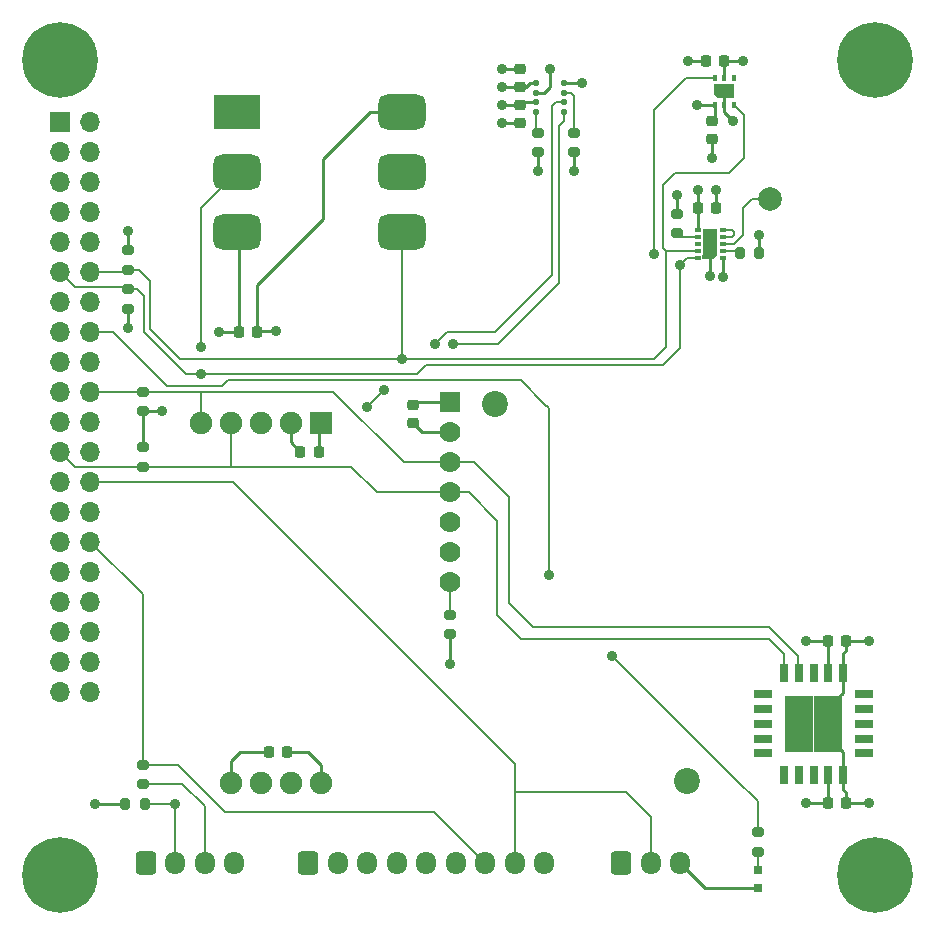
<source format=gbr>
%TF.GenerationSoftware,KiCad,Pcbnew,(6.0.1)*%
%TF.CreationDate,2023-01-07T23:02:53-08:00*%
%TF.ProjectId,Air Quality Sensor - R1,41697220-5175-4616-9c69-74792053656e,rev?*%
%TF.SameCoordinates,Original*%
%TF.FileFunction,Copper,L1,Top*%
%TF.FilePolarity,Positive*%
%FSLAX46Y46*%
G04 Gerber Fmt 4.6, Leading zero omitted, Abs format (unit mm)*
G04 Created by KiCad (PCBNEW (6.0.1)) date 2023-01-07 23:02:53*
%MOMM*%
%LPD*%
G01*
G04 APERTURE LIST*
G04 Aperture macros list*
%AMRoundRect*
0 Rectangle with rounded corners*
0 $1 Rounding radius*
0 $2 $3 $4 $5 $6 $7 $8 $9 X,Y pos of 4 corners*
0 Add a 4 corners polygon primitive as box body*
4,1,4,$2,$3,$4,$5,$6,$7,$8,$9,$2,$3,0*
0 Add four circle primitives for the rounded corners*
1,1,$1+$1,$2,$3*
1,1,$1+$1,$4,$5*
1,1,$1+$1,$6,$7*
1,1,$1+$1,$8,$9*
0 Add four rect primitives between the rounded corners*
20,1,$1+$1,$2,$3,$4,$5,0*
20,1,$1+$1,$4,$5,$6,$7,0*
20,1,$1+$1,$6,$7,$8,$9,0*
20,1,$1+$1,$8,$9,$2,$3,0*%
%AMOutline4P*
0 Free polygon, 4 corners , with rotation*
0 The origin of the aperture is its center*
0 number of corners: always 4*
0 $1 to $8 corner X, Y*
0 $9 Rotation angle, in degrees counterclockwise*
0 create outline with 4 corners*
4,1,4,$1,$2,$3,$4,$5,$6,$7,$8,$1,$2,$9*%
%AMFreePoly0*
4,1,18,-0.324998,0.855000,0.625000,0.855000,0.628536,0.853536,0.630000,0.850000,0.630000,-0.850000,0.628536,-0.853536,0.625000,-0.855000,-0.625000,-0.855000,-0.628536,-0.853536,-0.630000,-0.850000,-0.630000,0.549998,-0.630001,0.550000,-0.628536,0.553536,-0.328536,0.853535,-0.328536,0.853536,-0.326768,0.854268,-0.325000,0.855001,-0.324998,0.855000,-0.324998,0.855000,$1*%
G04 Aperture macros list end*
%TA.AperFunction,SMDPad,CuDef*%
%ADD10RoundRect,0.200000X0.275000X-0.200000X0.275000X0.200000X-0.275000X0.200000X-0.275000X-0.200000X0*%
%TD*%
%TA.AperFunction,SMDPad,CuDef*%
%ADD11RoundRect,0.200000X0.200000X0.275000X-0.200000X0.275000X-0.200000X-0.275000X0.200000X-0.275000X0*%
%TD*%
%TA.AperFunction,SMDPad,CuDef*%
%ADD12RoundRect,0.200000X-0.275000X0.200000X-0.275000X-0.200000X0.275000X-0.200000X0.275000X0.200000X0*%
%TD*%
%TA.AperFunction,SMDPad,CuDef*%
%ADD13RoundRect,0.225000X-0.225000X-0.250000X0.225000X-0.250000X0.225000X0.250000X-0.225000X0.250000X0*%
%TD*%
%TA.AperFunction,SMDPad,CuDef*%
%ADD14RoundRect,0.225000X0.225000X0.250000X-0.225000X0.250000X-0.225000X-0.250000X0.225000X-0.250000X0*%
%TD*%
%TA.AperFunction,SMDPad,CuDef*%
%ADD15RoundRect,0.225000X-0.250000X0.225000X-0.250000X-0.225000X0.250000X-0.225000X0.250000X0.225000X0*%
%TD*%
%TA.AperFunction,ComponentPad*%
%ADD16C,0.800000*%
%TD*%
%TA.AperFunction,ComponentPad*%
%ADD17C,6.400000*%
%TD*%
%TA.AperFunction,ComponentPad*%
%ADD18C,5.000000*%
%TD*%
%TA.AperFunction,ComponentPad*%
%ADD19R,1.700000X1.700000*%
%TD*%
%TA.AperFunction,ComponentPad*%
%ADD20O,1.700000X1.700000*%
%TD*%
%TA.AperFunction,ComponentPad*%
%ADD21O,1.700000X1.950000*%
%TD*%
%TA.AperFunction,ComponentPad*%
%ADD22RoundRect,0.250000X-0.600000X-0.725000X0.600000X-0.725000X0.600000X0.725000X-0.600000X0.725000X0*%
%TD*%
%TA.AperFunction,SMDPad,CuDef*%
%ADD23FreePoly0,90.000000*%
%TD*%
%TA.AperFunction,SMDPad,CuDef*%
%ADD24R,0.400000X0.550000*%
%TD*%
%TA.AperFunction,SMDPad,CuDef*%
%ADD25RoundRect,0.125000X-0.137500X0.125000X-0.137500X-0.125000X0.137500X-0.125000X0.137500X0.125000X0*%
%TD*%
%TA.AperFunction,ComponentPad*%
%ADD26C,2.200000*%
%TD*%
%TA.AperFunction,ComponentPad*%
%ADD27R,1.778000X1.778000*%
%TD*%
%TA.AperFunction,ComponentPad*%
%ADD28C,1.778000*%
%TD*%
%TA.AperFunction,SMDPad,CuDef*%
%ADD29R,4.000000X3.000000*%
%TD*%
%TA.AperFunction,SMDPad,CuDef*%
%ADD30RoundRect,0.750000X-1.250000X-0.750000X1.250000X-0.750000X1.250000X0.750000X-1.250000X0.750000X0*%
%TD*%
%TA.AperFunction,SMDPad,CuDef*%
%ADD31R,1.000000X0.300000*%
%TD*%
%TA.AperFunction,SMDPad,CuDef*%
%ADD32Outline4P,-0.650000X-0.150000X0.650000X-0.150000X0.350000X0.150000X-0.350000X0.150000X180.000000*%
%TD*%
%TA.AperFunction,SMDPad,CuDef*%
%ADD33R,1.300000X2.200000*%
%TD*%
%TA.AperFunction,SMDPad,CuDef*%
%ADD34R,0.600000X0.400000*%
%TD*%
%TA.AperFunction,SMDPad,CuDef*%
%ADD35R,1.500000X0.800000*%
%TD*%
%TA.AperFunction,SMDPad,CuDef*%
%ADD36R,0.800000X1.500000*%
%TD*%
%TA.AperFunction,SMDPad,CuDef*%
%ADD37R,2.400000X2.400000*%
%TD*%
%TA.AperFunction,ComponentPad*%
%ADD38C,1.905000*%
%TD*%
%TA.AperFunction,ComponentPad*%
%ADD39R,1.905000X1.905000*%
%TD*%
%TA.AperFunction,SMDPad,CuDef*%
%ADD40RoundRect,0.225000X0.250000X-0.225000X0.250000X0.225000X-0.250000X0.225000X-0.250000X-0.225000X0*%
%TD*%
%TA.AperFunction,ComponentPad*%
%ADD41C,2.000000*%
%TD*%
%TA.AperFunction,SMDPad,CuDef*%
%ADD42R,0.800000X0.800000*%
%TD*%
%TA.AperFunction,ViaPad*%
%ADD43C,0.889000*%
%TD*%
%TA.AperFunction,Conductor*%
%ADD44C,0.152400*%
%TD*%
%TA.AperFunction,Conductor*%
%ADD45C,0.254000*%
%TD*%
G04 APERTURE END LIST*
D10*
%TO.P,R14,1*%
%TO.N,Net-(J4-Pad3)*%
X9999988Y10696900D03*
%TO.P,R14,2*%
%TO.N,Net-(J2-Pad7)*%
X9999988Y12346900D03*
%TD*%
D11*
%TO.P,R13,2*%
%TO.N,+3V3*%
X8539988Y8981900D03*
%TO.P,R13,1*%
%TO.N,Net-(R13-Pad1)*%
X10189988Y8981900D03*
%TD*%
D10*
%TO.P,R12,1*%
%TO.N,Net-(D1-Pad2)*%
X62069988Y4981900D03*
%TO.P,R12,2*%
%TO.N,Net-(R12-Pad2)*%
X62069988Y6631900D03*
%TD*%
%TO.P,R9,1*%
%TO.N,/SENS/SDA_1*%
X9999988Y37556900D03*
%TO.P,R9,2*%
%TO.N,+3V3*%
X9999988Y39206900D03*
%TD*%
D12*
%TO.P,R8,1*%
%TO.N,/SENS/SCL_1*%
X9999988Y43906900D03*
%TO.P,R8,2*%
%TO.N,+3V3*%
X9999988Y42256900D03*
%TD*%
%TO.P,R7,1*%
%TO.N,/SENS/SCL_2*%
X8729988Y52605900D03*
%TO.P,R7,2*%
%TO.N,+3V3*%
X8729988Y50955900D03*
%TD*%
D10*
%TO.P,R6,1*%
%TO.N,/SENS/SDA_2*%
X8729988Y54257900D03*
%TO.P,R6,2*%
%TO.N,+3V3*%
X8729988Y55907900D03*
%TD*%
D12*
%TO.P,R5,1*%
%TO.N,Net-(R5-Pad1)*%
X36034988Y25046900D03*
%TO.P,R5,2*%
%TO.N,GND*%
X36034988Y23396900D03*
%TD*%
D13*
%TO.P,C10,1*%
%TO.N,+3V3*%
X23352500Y38826900D03*
%TO.P,C10,2*%
%TO.N,GND*%
X24902500Y38826900D03*
%TD*%
D14*
%TO.P,C9,1*%
%TO.N,+3V3*%
X22204988Y13426900D03*
%TO.P,C9,2*%
%TO.N,GND*%
X20654988Y13426900D03*
%TD*%
%TO.P,C8,1*%
%TO.N,+3V3*%
X19664988Y48986900D03*
%TO.P,C8,2*%
%TO.N,GND*%
X18114988Y48986900D03*
%TD*%
D15*
%TO.P,C7,1*%
%TO.N,+3V3*%
X32859988Y42776900D03*
%TO.P,C7,2*%
%TO.N,GND*%
X32859988Y41226900D03*
%TD*%
D16*
%TO.P,H4,1*%
%TO.N,N/C*%
X72000000Y5400000D03*
X73697056Y1302944D03*
X73697056Y4697056D03*
X74400000Y3000000D03*
D17*
X72000000Y3000000D03*
D16*
X72000000Y600000D03*
X70302944Y4697056D03*
X70302944Y1302944D03*
X69600000Y3000000D03*
%TD*%
%TO.P,H3,1*%
%TO.N,N/C*%
X72000000Y74400000D03*
X73697056Y70302944D03*
X73697056Y73697056D03*
X74400000Y72000000D03*
D17*
X72000000Y72000000D03*
D16*
X72000000Y69600000D03*
X70302944Y73697056D03*
X70302944Y70302944D03*
X69600000Y72000000D03*
%TD*%
%TO.P,H2,1*%
%TO.N,N/C*%
X3000000Y5400000D03*
X4697056Y1302944D03*
X4697056Y4697056D03*
X5400000Y3000000D03*
D17*
X3000000Y3000000D03*
D16*
X3000000Y600000D03*
X1302944Y4697056D03*
X1302944Y1302944D03*
X600000Y3000000D03*
%TD*%
%TO.P,H1,1*%
%TO.N,N/C*%
X3000000Y74400000D03*
X4697056Y70302944D03*
X4697056Y73697056D03*
X5400000Y72000000D03*
D17*
X3000000Y72000000D03*
D16*
X3000000Y69600000D03*
X1302944Y73697056D03*
X1302944Y70302944D03*
X600000Y72000000D03*
%TD*%
D18*
%TO.P,,1*%
%TO.N,N/C*%
X72000000Y72000000D03*
%TD*%
D19*
%TO.P,J3,1,GND*%
%TO.N,GND*%
X3014988Y66766900D03*
D20*
%TO.P,J3,2,GND*%
X5554988Y66766900D03*
%TO.P,J3,3,3V3*%
%TO.N,+3V3*%
X3014988Y64226900D03*
%TO.P,J3,4,3V3*%
X5554988Y64226900D03*
%TO.P,J3,5,GND*%
%TO.N,GND*%
X3014988Y61686900D03*
%TO.P,J3,6,GND*%
X5554988Y61686900D03*
%TO.P,J3,7,IO36*%
%TO.N,unconnected-(J3-Pad7)*%
X3014988Y59146900D03*
%TO.P,J3,8,IO39*%
%TO.N,unconnected-(J3-Pad8)*%
X5554988Y59146900D03*
%TO.P,J3,9,IO34*%
%TO.N,unconnected-(J3-Pad9)*%
X3014988Y56606900D03*
%TO.P,J3,10,IO35*%
%TO.N,unconnected-(J3-Pad10)*%
X5554988Y56606900D03*
%TO.P,J3,11,IO32*%
%TO.N,/SENS/SCL_2*%
X3014988Y54066900D03*
%TO.P,J3,12,IO33*%
%TO.N,/SENS/SDA_2*%
X5554988Y54066900D03*
%TO.P,J3,13,IO25*%
%TO.N,unconnected-(J3-Pad13)*%
X3014988Y51526900D03*
%TO.P,J3,14,IO26*%
%TO.N,unconnected-(J3-Pad14)*%
X5554988Y51526900D03*
%TO.P,J3,15,IO27*%
%TO.N,unconnected-(J3-Pad15)*%
X3014988Y48986900D03*
%TO.P,J3,16,IO14*%
%TO.N,Net-(R12-Pad2)*%
X5554988Y48986900D03*
%TO.P,J3,17,IO12*%
%TO.N,unconnected-(J3-Pad17)*%
X3014988Y46446900D03*
%TO.P,J3,18,IO13*%
%TO.N,Net-(R13-Pad1)*%
X5554988Y46446900D03*
%TO.P,J3,19,IO23*%
%TO.N,unconnected-(J3-Pad19)*%
X3014988Y43906900D03*
%TO.P,J3,20,IO22*%
%TO.N,/SENS/SCL_1*%
X5554988Y43906900D03*
%TO.P,J3,21,MISO*%
%TO.N,unconnected-(J3-Pad21)*%
X3014988Y41366900D03*
%TO.P,J3,22,MOSI*%
%TO.N,unconnected-(J3-Pad22)*%
X5554988Y41366900D03*
%TO.P,J3,23,IO21*%
%TO.N,/SENS/SDA_1*%
X3014988Y38826900D03*
%TO.P,J3,24,IO19*%
%TO.N,unconnected-(J3-Pad24)*%
X5554988Y38826900D03*
%TO.P,J3,25,IO18*%
%TO.N,unconnected-(J3-Pad25)*%
X3014988Y36286900D03*
%TO.P,J3,26,IO5*%
%TO.N,Net-(J2-Pad8)*%
X5554988Y36286900D03*
%TO.P,J3,27,IO4*%
%TO.N,unconnected-(J3-Pad27)*%
X3014988Y33746900D03*
%TO.P,J3,28,PROG*%
%TO.N,unconnected-(J3-Pad28)*%
X5554988Y33746900D03*
%TO.P,J3,29,IO2*%
%TO.N,unconnected-(J3-Pad29)*%
X3014988Y31206900D03*
%TO.P,J3,30,IO15*%
%TO.N,Net-(J2-Pad7)*%
X5554988Y31206900D03*
%TO.P,J3,31,GND*%
%TO.N,GND*%
X3014988Y28666900D03*
%TO.P,J3,32,GND*%
X5554988Y28666900D03*
%TO.P,J3,33,3V3*%
%TO.N,+3V3*%
X3014988Y26126900D03*
%TO.P,J3,34,3V3*%
X5554988Y26126900D03*
%TO.P,J3,35,5V0*%
%TO.N,+5V*%
X3014988Y23586900D03*
%TO.P,J3,36,5V0*%
X5554988Y23586900D03*
%TO.P,J3,37,VIN*%
%TO.N,unconnected-(J3-Pad37)*%
X3014988Y21046900D03*
%TO.P,J3,38,VIN*%
%TO.N,unconnected-(J3-Pad38)*%
X5554988Y21046900D03*
%TO.P,J3,39,GND*%
%TO.N,GND*%
X3014988Y18506900D03*
%TO.P,J3,40,GND*%
X5554988Y18506900D03*
%TD*%
D18*
%TO.P,,1*%
%TO.N,N/C*%
X72000000Y72000000D03*
%TD*%
%TO.P,,1*%
%TO.N,N/C*%
X3000000Y72000000D03*
%TD*%
D13*
%TO.P,C3,2*%
%TO.N,GND*%
X69575000Y22800000D03*
%TO.P,C3,1*%
%TO.N,+3V3*%
X68025000Y22800000D03*
%TD*%
D21*
%TO.P,J4,4,Pin_4*%
%TO.N,GND*%
X17750000Y4025000D03*
%TO.P,J4,3,Pin_3*%
%TO.N,Net-(J4-Pad3)*%
X15250000Y4025000D03*
%TO.P,J4,2,Pin_2*%
%TO.N,Net-(R13-Pad1)*%
X12750000Y4025000D03*
D22*
%TO.P,J4,1,Pin_1*%
%TO.N,+5V*%
X10250000Y4025000D03*
%TD*%
D15*
%TO.P,C2,2*%
%TO.N,GND*%
X58224500Y65273000D03*
%TO.P,C2,1*%
%TO.N,+3V3*%
X58224500Y66823000D03*
%TD*%
D14*
%TO.P,C11,2*%
%TO.N,GND*%
X57703500Y71890000D03*
%TO.P,C11,1*%
%TO.N,+3V3*%
X59253500Y71890000D03*
%TD*%
D13*
%TO.P,C1,2*%
%TO.N,GND*%
X58571000Y59448000D03*
%TO.P,C1,1*%
%TO.N,+3V3*%
X57021000Y59448000D03*
%TD*%
D23*
%TO.P,U2,7,EP1*%
%TO.N,GND*%
X59240500Y69350000D03*
D24*
%TO.P,U2,6,SCL*%
%TO.N,/SENS/SCL_2*%
X58440500Y70500000D03*
%TO.P,U2,5,VDDH*%
%TO.N,+3V3*%
X59240500Y70500000D03*
%TO.P,U2,4,N/A*%
%TO.N,unconnected-(U2-Pad4)*%
X60040500Y70500000D03*
%TO.P,U2,3,SDA*%
%TO.N,/SENS/SDA_2*%
X60040500Y68200000D03*
%TO.P,U2,2,VSS*%
%TO.N,GND*%
X59240500Y68200000D03*
%TO.P,U2,1,VDD*%
%TO.N,+3V3*%
X58440500Y68200000D03*
%TD*%
D21*
%TO.P,J2,9,Pin_9*%
%TO.N,GND*%
X44000000Y4025000D03*
%TO.P,J2,8,Pin_8*%
%TO.N,Net-(J2-Pad8)*%
X41500000Y4025000D03*
%TO.P,J2,7,Pin_7*%
%TO.N,Net-(J2-Pad7)*%
X39000000Y4025000D03*
%TO.P,J2,6,Pin_6*%
%TO.N,/SENS/SCL_1*%
X36500000Y4025000D03*
%TO.P,J2,5,Pin_5*%
%TO.N,/SENS/SDA_1*%
X34000000Y4025000D03*
%TO.P,J2,4,Pin_4*%
%TO.N,/SENS/SCL_2*%
X31500000Y4025000D03*
%TO.P,J2,3,Pin_3*%
%TO.N,/SENS/SDA_2*%
X29000000Y4025000D03*
%TO.P,J2,2,Pin_2*%
%TO.N,+3V3*%
X26500000Y4025000D03*
D22*
%TO.P,J2,1,Pin_1*%
%TO.N,+5V*%
X24000000Y4025000D03*
%TD*%
D25*
%TO.P,U5,8,VDD*%
%TO.N,+3V3*%
X43280500Y70010000D03*
%TO.P,U5,7,GND*%
%TO.N,GND*%
X43280500Y69210000D03*
%TO.P,U5,6,VDDIO*%
%TO.N,+3V3*%
X43280500Y68410000D03*
%TO.P,U5,5,SDO*%
%TO.N,Net-(R3-Pad2)*%
X43280500Y67610000D03*
%TO.P,U5,4,SCK*%
%TO.N,/SENS/SCL_1*%
X45655500Y67610000D03*
%TO.P,U5,3,SDI*%
%TO.N,/SENS/SDA_1*%
X45655500Y68410000D03*
%TO.P,U5,2,CSB*%
%TO.N,Net-(R4-Pad2)*%
X45655500Y69210000D03*
%TO.P,U5,1,GND*%
%TO.N,GND*%
X45655500Y70010000D03*
%TD*%
D26*
%TO.P,U7,0*%
%TO.N,N/C*%
X39862500Y42912500D03*
X56087500Y10912500D03*
D27*
%TO.P,U7,1,VDD*%
%TO.N,+3V3*%
X35987500Y43012500D03*
D28*
%TO.P,U7,2,GND*%
%TO.N,GND*%
X35987500Y40472500D03*
%TO.P,U7,3,TX/SCL*%
%TO.N,/SENS/SCL_1*%
X35987500Y37932500D03*
%TO.P,U7,4,RX/SDA*%
%TO.N,/SENS/SDA_1*%
X35987500Y35392500D03*
%TO.P,U7,5,RDY*%
%TO.N,Net-(TP3-Pad1)*%
X35987500Y32852500D03*
%TO.P,U7,6,PWM*%
%TO.N,Net-(TP4-Pad1)*%
X35987500Y30312500D03*
%TO.P,U7,7,SEL*%
%TO.N,Net-(R5-Pad1)*%
X35987500Y27772500D03*
%TD*%
D29*
%TO.P,U6,1,PWM*%
%TO.N,Net-(TP2-Pad1)*%
X18015000Y67580000D03*
D30*
%TO.P,U6,2,SCL*%
%TO.N,/SENS/SCL_2*%
X18015000Y62500000D03*
%TO.P,U6,3,GND*%
%TO.N,GND*%
X18015000Y57420000D03*
%TO.P,U6,4,SDA*%
%TO.N,/SENS/SDA_2*%
X31985000Y57420000D03*
%TO.P,U6,5,N/C*%
%TO.N,unconnected-(U6-Pad5)*%
X31985000Y62500000D03*
%TO.P,U6,6,3.3V*%
%TO.N,+3V3*%
X31985000Y67580000D03*
%TD*%
D10*
%TO.P,R4,2*%
%TO.N,Net-(R4-Pad2)*%
X46500000Y65825000D03*
%TO.P,R4,1*%
%TO.N,+3V3*%
X46500000Y64175000D03*
%TD*%
%TO.P,R3,2*%
%TO.N,Net-(R3-Pad2)*%
X43452000Y65825000D03*
%TO.P,R3,1*%
%TO.N,+3V3*%
X43452000Y64175000D03*
%TD*%
D31*
%TO.P,U1,11,GND*%
%TO.N,GND*%
X57900000Y55300000D03*
D32*
X58050000Y55300000D03*
D33*
X58050000Y56550000D03*
D34*
%TO.P,U1,10,SCL*%
%TO.N,/SENS/SCL_2*%
X57000000Y55200000D03*
%TO.P,U1,9,SDA*%
%TO.N,/SENS/SDA_2*%
X57000000Y55800000D03*
%TO.P,U1,8,AUX*%
%TO.N,unconnected-(U1-Pad8)*%
X57000000Y56400000D03*
%TO.P,U1,7,~{WAKE}*%
%TO.N,Net-(R2-Pad1)*%
X57000000Y57000000D03*
%TO.P,U1,6,VDD*%
%TO.N,+3V3*%
X57000000Y57600000D03*
%TO.P,U1,5,Sense*%
%TO.N,Net-(U1-Pad4)*%
X59100000Y57600000D03*
%TO.P,U1,4,PWM*%
X59100000Y57000000D03*
%TO.P,U1,3,~{INT}*%
%TO.N,Net-(TP1-Pad1)*%
X59100000Y56400000D03*
%TO.P,U1,2,~{RESET}*%
%TO.N,Net-(R1-Pad2)*%
X59100000Y55800000D03*
%TO.P,U1,1,ADDR*%
%TO.N,GND*%
X59100000Y55200000D03*
%TD*%
D11*
%TO.P,R1,2*%
%TO.N,Net-(R1-Pad2)*%
X60527000Y55638000D03*
%TO.P,R1,1*%
%TO.N,+3V3*%
X62177000Y55638000D03*
%TD*%
D35*
%TO.P,U3,1*%
%TO.N,N/C*%
X71100000Y13300000D03*
%TO.P,U3,2*%
X71100000Y14550000D03*
%TO.P,U3,3*%
X71100000Y15800000D03*
%TO.P,U3,4*%
X71100000Y17050000D03*
%TO.P,U3,5*%
X71100000Y18300000D03*
D36*
%TO.P,U3,6,GND*%
%TO.N,GND*%
X69300000Y20100000D03*
%TO.P,U3,7,VDD*%
%TO.N,+3V3*%
X68050000Y20100000D03*
%TO.P,U3,8*%
%TO.N,N/C*%
X66800000Y20100000D03*
%TO.P,U3,9,SCL*%
%TO.N,/SENS/SCL_1*%
X65550000Y20100000D03*
%TO.P,U3,10,SDA*%
%TO.N,/SENS/SDA_1*%
X64300000Y20100000D03*
D35*
%TO.P,U3,11*%
%TO.N,N/C*%
X62500000Y18300000D03*
%TO.P,U3,12*%
X62500000Y17050000D03*
%TO.P,U3,13*%
X62500000Y15800000D03*
%TO.P,U3,14*%
X62500000Y14550000D03*
%TO.P,U3,15*%
X62500000Y13300000D03*
D36*
%TO.P,U3,16*%
X64300000Y11500000D03*
%TO.P,U3,17*%
X65550000Y11500000D03*
%TO.P,U3,18*%
X66800000Y11500000D03*
%TO.P,U3,19,VDDH*%
%TO.N,+3V3*%
X68050000Y11500000D03*
%TO.P,U3,20,GND*%
%TO.N,GND*%
X69300000Y11500000D03*
D37*
%TO.P,U3,21,EP*%
X68000000Y17000000D03*
X65600000Y14600000D03*
X68000000Y14600000D03*
X65600000Y17000000D03*
%TD*%
D21*
%TO.P,J1,3,Pin_3*%
%TO.N,GND*%
X55500000Y4025000D03*
%TO.P,J1,2,Pin_2*%
%TO.N,Net-(J2-Pad8)*%
X53000000Y4025000D03*
D22*
%TO.P,J1,1,Pin_1*%
%TO.N,+3V3*%
X50500000Y4025000D03*
%TD*%
D38*
%TO.P,U4,9,EN*%
%TO.N,+3V3*%
X25080000Y10760000D03*
%TO.P,U4,8,DVCC*%
%TO.N,unconnected-(U4-Pad8)*%
X22540000Y10760000D03*
%TO.P,U4,7,nRDY*%
%TO.N,Net-(TP5-Pad1)*%
X20000000Y10760000D03*
%TO.P,U4,6,COMSEL*%
%TO.N,GND*%
X17460000Y10760000D03*
%TO.P,U4,5,TxD/SCL*%
%TO.N,/SENS/SCL_1*%
X14920000Y41240000D03*
%TO.P,U4,4,RxD/SDA*%
%TO.N,/SENS/SDA_1*%
X17460000Y41240000D03*
%TO.P,U4,3,VDDIO*%
%TO.N,+3V3*%
X20000000Y41240000D03*
%TO.P,U4,2,VBB*%
X22540000Y41240000D03*
D39*
%TO.P,U4,1,GND*%
%TO.N,GND*%
X25080000Y41240000D03*
%TD*%
D15*
%TO.P,C5,2*%
%TO.N,GND*%
X41928000Y66651000D03*
%TO.P,C5,1*%
%TO.N,+3V3*%
X41928000Y68201000D03*
%TD*%
D40*
%TO.P,C6,2*%
%TO.N,GND*%
X41928000Y71236000D03*
%TO.P,C6,1*%
%TO.N,+3V3*%
X41928000Y69686000D03*
%TD*%
D41*
%TO.P,TP1,1,1*%
%TO.N,Net-(TP1-Pad1)*%
X63130000Y60210000D03*
%TD*%
D42*
%TO.P,D1,2,A*%
%TO.N,Net-(D1-Pad2)*%
X62069988Y3381900D03*
%TO.P,D1,1,K*%
%TO.N,GND*%
X62069988Y1881900D03*
%TD*%
D10*
%TO.P,R2,2*%
%TO.N,GND*%
X55240500Y59000000D03*
%TO.P,R2,1*%
%TO.N,Net-(R2-Pad1)*%
X55240500Y57350000D03*
%TD*%
D13*
%TO.P,C4,2*%
%TO.N,GND*%
X69575000Y9084000D03*
%TO.P,C4,1*%
%TO.N,+3V3*%
X68025000Y9084000D03*
%TD*%
D43*
%TO.N,Net-(R12-Pad2)*%
X44416988Y28412900D03*
X49750988Y21554900D03*
%TO.N,GND*%
X56154500Y71915000D03*
%TO.N,/SENS/SDA_2*%
X30446988Y44083888D03*
X31985000Y46714912D03*
X29000000Y42636900D03*
%TO.N,/SENS/SCL_2*%
X53306988Y55590900D03*
X55510000Y54622000D03*
%TO.N,/SENS/SCL_1*%
X36288988Y47970900D03*
%TO.N,/SENS/SDA_1*%
X34764988Y47970900D03*
%TO.N,/SENS/SCL_2*%
X14952988Y45430900D03*
X14952988Y47716900D03*
%TO.N,GND*%
X16464988Y48986900D03*
%TO.N,+3V3*%
X21314988Y49011900D03*
X8729988Y57557900D03*
X8729988Y49305900D03*
%TO.N,Net-(R13-Pad1)*%
X12750000Y8981900D03*
%TO.N,GND*%
X36034988Y20831900D03*
%TO.N,+3V3*%
X5974988Y8981900D03*
X11649988Y42256900D03*
X46500000Y62626000D03*
X40379000Y69686000D03*
X57021000Y60997000D03*
X43452000Y62626000D03*
X62177000Y57187000D03*
X40379000Y68201000D03*
X60802500Y71890000D03*
X66120000Y22775000D03*
X56891500Y68200000D03*
X66120000Y9084000D03*
%TO.N,GND*%
X59100000Y53651000D03*
X60002500Y66810000D03*
X55240500Y60549000D03*
X58050000Y53751000D03*
X58224500Y63724000D03*
X40379000Y66651000D03*
X44468000Y71248000D03*
X40379000Y71236000D03*
X71480000Y22775000D03*
X58571000Y60972000D03*
X71480000Y9059000D03*
X47217000Y70010000D03*
%TD*%
D44*
%TO.N,Net-(R12-Pad2)*%
X44416988Y42509900D02*
X44099488Y42827400D01*
X44416988Y28412900D02*
X44416988Y42509900D01*
X42003988Y44922900D02*
X44099488Y42827400D01*
X44099488Y42827400D02*
X44289988Y42636900D01*
X62069988Y9235900D02*
X60164988Y11140900D01*
X60164988Y11140900D02*
X49750988Y21554900D01*
X62069988Y6631900D02*
X62069988Y9235900D01*
%TO.N,/SENS/SDA_1*%
X27652988Y37556900D02*
X29817388Y35392500D01*
X29817388Y35392500D02*
X35987500Y35392500D01*
X4284988Y37556900D02*
X27652988Y37556900D01*
X3014988Y38826900D02*
X4284988Y37556900D01*
%TO.N,/SENS/SDA_2*%
X29000000Y42636900D02*
X30446988Y44083888D01*
%TO.N,/SENS/SCL_2*%
X34002988Y46192900D02*
X52036988Y46192900D01*
X33240988Y45430900D02*
X34002988Y46192900D01*
X14952988Y45430900D02*
X33240988Y45430900D01*
%TO.N,/SENS/SCL_1*%
X26128988Y43906900D02*
X14906900Y43906900D01*
X32103388Y37932500D02*
X26128988Y43906900D01*
X35987500Y37932500D02*
X32103388Y37932500D01*
D45*
%TO.N,GND*%
X57643100Y1881900D02*
X55500000Y4025000D01*
X62069988Y1881900D02*
X57643100Y1881900D01*
D44*
%TO.N,/SENS/SDA_2*%
X57000000Y55800000D02*
X54322988Y55800000D01*
X53306988Y46700900D02*
X51020988Y46700900D01*
X54322988Y47716900D02*
X53306988Y46700900D01*
X54322988Y55800000D02*
X54322988Y47716900D01*
X54068988Y56054000D02*
X54322988Y55800000D01*
X55084988Y62448900D02*
X54068988Y61432900D01*
X60926988Y63718900D02*
X59656988Y62448900D01*
X59656988Y62448900D02*
X55084988Y62448900D01*
X60926988Y67313512D02*
X60926988Y63718900D01*
X60040500Y68200000D02*
X60926988Y67313512D01*
X54068988Y61432900D02*
X54068988Y56054000D01*
%TO.N,/SENS/SCL_2*%
X53306988Y67782900D02*
X53306988Y55590900D01*
X56024088Y70500000D02*
X53306988Y67782900D01*
X58440500Y70500000D02*
X56024088Y70500000D01*
%TO.N,/SENS/SCL_1*%
X36288988Y47970900D02*
X40098988Y47970900D01*
X45230000Y66397000D02*
X45230000Y55133912D01*
X40098988Y47970900D02*
X45230000Y53101912D01*
X45230000Y53101912D02*
X45230000Y55133912D01*
%TO.N,/SENS/SDA_1*%
X44670988Y53812900D02*
X44670988Y54828900D01*
X39844988Y48986900D02*
X44670988Y53812900D01*
X35780988Y48986900D02*
X39844988Y48986900D01*
X34764988Y47970900D02*
X35780988Y48986900D01*
X44670988Y64480900D02*
X44670988Y54828900D01*
%TO.N,/SENS/SCL_2*%
X13682988Y45430900D02*
X14952988Y45430900D01*
X12920988Y46192900D02*
X13682988Y45430900D01*
%TO.N,Net-(R12-Pad2)*%
X16730988Y44414900D02*
X17238988Y44922900D01*
X12031988Y44414900D02*
X16730988Y44414900D01*
X7459988Y48986900D02*
X12031988Y44414900D01*
X5554988Y48986900D02*
X7459988Y48986900D01*
X17238988Y44922900D02*
X42003988Y44922900D01*
D45*
%TO.N,GND*%
X33614388Y40472500D02*
X35987500Y40472500D01*
X32859988Y41226900D02*
X33614388Y40472500D01*
%TO.N,+3V3*%
X33095588Y43012500D02*
X32859988Y42776900D01*
X35987500Y43012500D02*
X33095588Y43012500D01*
D44*
%TO.N,/SENS/SDA_1*%
X44670988Y68123988D02*
X44670988Y64480900D01*
X44722000Y68175000D02*
X44670988Y68123988D01*
%TO.N,/SENS/SDA_2*%
X51020988Y46700900D02*
X51528988Y46700900D01*
X31970988Y46700900D02*
X51020988Y46700900D01*
%TO.N,/SENS/SCL_2*%
X55510000Y54622000D02*
X55510000Y47633912D01*
X54576988Y46700900D02*
X55338988Y47462900D01*
X55510000Y47633912D02*
X54576988Y46700900D01*
X54068988Y46192900D02*
X54576988Y46700900D01*
X52036988Y46192900D02*
X54068988Y46192900D01*
X52036988Y46192900D02*
X52290988Y46192900D01*
%TO.N,/SENS/SDA_2*%
X31985000Y57420000D02*
X31985000Y46714912D01*
X31985000Y46714912D02*
X31970988Y46700900D01*
X14190988Y46700900D02*
X31970988Y46700900D01*
%TO.N,/SENS/SCL_2*%
X14952988Y59437988D02*
X14952988Y47716900D01*
X18015000Y62500000D02*
X14952988Y59437988D01*
%TO.N,/SENS/SDA_2*%
X13174988Y46700900D02*
X14190988Y46700900D01*
X10634988Y49240900D02*
X13174988Y46700900D01*
X10634988Y53304900D02*
X10634988Y49240900D01*
X9681988Y54257900D02*
X10634988Y53304900D01*
X8729988Y54257900D02*
X9681988Y54257900D01*
%TO.N,/SENS/SCL_2*%
X10888988Y48224900D02*
X12920988Y46192900D01*
X10126988Y48986900D02*
X10888988Y48224900D01*
D45*
%TO.N,GND*%
X18114988Y48986900D02*
X16464988Y48986900D01*
%TO.N,+3V3*%
X19664988Y49011900D02*
X21314988Y49011900D01*
X8729988Y55907900D02*
X8729988Y57557900D01*
X8729988Y50955900D02*
X8729988Y49305900D01*
D44*
%TO.N,/SENS/SCL_2*%
X10126988Y52034900D02*
X10126988Y48986900D01*
X9555988Y52605900D02*
X10126988Y52034900D01*
X8729988Y52605900D02*
X9555988Y52605900D01*
%TO.N,/SENS/SDA_2*%
X5554988Y54066900D02*
X8729988Y54066900D01*
%TO.N,/SENS/SCL_2*%
X8284988Y52796900D02*
X8729988Y52351900D01*
X4284988Y52796900D02*
X8284988Y52796900D01*
X3014988Y54066900D02*
X4284988Y52796900D01*
%TO.N,Net-(J4-Pad3)*%
X15250000Y8811888D02*
X15250000Y4025000D01*
X13364988Y10696900D02*
X15250000Y8811888D01*
X9999988Y10696900D02*
X13364988Y10696900D01*
%TO.N,Net-(J2-Pad7)*%
X12984988Y12346900D02*
X9999988Y12346900D01*
X34678100Y8346900D02*
X16984988Y8346900D01*
X39000000Y4025000D02*
X34678100Y8346900D01*
X16984988Y8346900D02*
X12984988Y12346900D01*
%TO.N,Net-(R13-Pad1)*%
X10189988Y8981900D02*
X12750000Y8981900D01*
X12750000Y8981900D02*
X12750000Y4025000D01*
%TO.N,Net-(D1-Pad2)*%
X62069988Y3381900D02*
X62069988Y4981900D01*
%TO.N,Net-(R5-Pad1)*%
X36034988Y27725012D02*
X35987500Y27772500D01*
X36034988Y25046900D02*
X36034988Y27725012D01*
%TO.N,Net-(J2-Pad8)*%
X41500000Y12406888D02*
X41500000Y10001912D01*
X17619988Y36286900D02*
X41500000Y12406888D01*
X5554988Y36286900D02*
X17619988Y36286900D01*
D45*
%TO.N,GND*%
X36034988Y23396900D02*
X36034988Y20831900D01*
%TO.N,+3V3*%
X8539988Y8981900D02*
X5974988Y8981900D01*
%TO.N,GND*%
X24902500Y41062500D02*
X25080000Y41240000D01*
X24902500Y38826900D02*
X24902500Y41062500D01*
%TO.N,+3V3*%
X22540000Y39639400D02*
X23352500Y38826900D01*
X22540000Y41240000D02*
X22540000Y39639400D01*
%TO.N,GND*%
X17460000Y12631912D02*
X17460000Y10760000D01*
X18254988Y13426900D02*
X17460000Y12631912D01*
X20654988Y13426900D02*
X18254988Y13426900D01*
%TO.N,+3V3*%
X23969988Y13426900D02*
X25080000Y12316888D01*
X22204988Y13426900D02*
X23969988Y13426900D01*
X25080000Y12316888D02*
X25080000Y10760000D01*
D44*
%TO.N,Net-(J2-Pad7)*%
X9999988Y26761900D02*
X5554988Y31206900D01*
X9999988Y12346900D02*
X9999988Y26761900D01*
D45*
%TO.N,+3V3*%
X9999988Y42256900D02*
X11649988Y42256900D01*
X9999988Y39206900D02*
X9999988Y42256900D01*
X29228088Y67580000D02*
X31985000Y67580000D01*
X25239988Y63591900D02*
X29228088Y67580000D01*
X19664988Y48986900D02*
X19664988Y52936900D01*
X19664988Y52936900D02*
X25239988Y58511900D01*
X25239988Y58511900D02*
X25239988Y63591900D01*
%TO.N,GND*%
X18114988Y57320012D02*
X18015000Y57420000D01*
X18114988Y48986900D02*
X18114988Y57320012D01*
D44*
%TO.N,Net-(J2-Pad8)*%
X50889976Y10001912D02*
X41500000Y10001912D01*
X53000000Y4025000D02*
X53000000Y7891888D01*
X53000000Y7891888D02*
X50889976Y10001912D01*
X41500000Y10001912D02*
X41500000Y4025000D01*
%TO.N,/SENS/SDA_1*%
X17460000Y41240000D02*
X17460000Y37556900D01*
%TO.N,/SENS/SCL_1*%
X14920000Y43893800D02*
X14906900Y43906900D01*
X14920000Y41240000D02*
X14920000Y43893800D01*
X5554988Y43906900D02*
X14906900Y43906900D01*
X43000000Y24000000D02*
X41000000Y26000000D01*
X41000000Y26000000D02*
X41000000Y35000000D01*
X63028000Y24000000D02*
X43000000Y24000000D01*
X41000000Y35000000D02*
X38067500Y37932500D01*
X65518000Y20242000D02*
X65518000Y21510000D01*
X65518000Y21510000D02*
X63028000Y24000000D01*
X38067500Y37932500D02*
X35987500Y37932500D01*
%TO.N,/SENS/SDA_1*%
X64300000Y21700000D02*
X64300000Y20100000D01*
X63000000Y23000000D02*
X64300000Y21700000D01*
X42000000Y23000000D02*
X63000000Y23000000D01*
X40000000Y25000000D02*
X42000000Y23000000D01*
X40000000Y33000000D02*
X40000000Y25000000D01*
X37607500Y35392500D02*
X40000000Y33000000D01*
X35987500Y35392500D02*
X37607500Y35392500D01*
D45*
%TO.N,+3V3*%
X58440500Y67039000D02*
X58224500Y66823000D01*
X43280500Y68410000D02*
X42137000Y68410000D01*
X46500000Y64175000D02*
X46500000Y62626000D01*
X62177000Y55638000D02*
X62177000Y57187000D01*
X59253500Y71890000D02*
X60802500Y71890000D01*
X41928000Y69686000D02*
X40379000Y69686000D01*
X42137000Y68410000D02*
X41928000Y68201000D01*
X58440500Y68200000D02*
X58440500Y67039000D01*
X58440500Y68200000D02*
X56891500Y68200000D01*
X42747000Y70010000D02*
X42423000Y69686000D01*
X42423000Y69686000D02*
X41928000Y69686000D01*
X43280500Y70010000D02*
X42747000Y70010000D01*
X68018000Y22793000D02*
X68018000Y20242000D01*
X68025000Y22800000D02*
X68018000Y22793000D01*
X59240500Y70500000D02*
X59240500Y71877000D01*
X68025000Y9084000D02*
X66120000Y9084000D01*
X43452000Y64175000D02*
X43452000Y62626000D01*
X57021000Y59448000D02*
X57021000Y60997000D01*
X59240500Y71877000D02*
X59253500Y71890000D01*
X68025000Y22775000D02*
X66120000Y22775000D01*
X41928000Y68201000D02*
X40379000Y68201000D01*
X57000000Y59427000D02*
X57021000Y59448000D01*
X68025000Y9084000D02*
X68025000Y11635000D01*
X57000000Y57600000D02*
X57000000Y59427000D01*
X68025000Y11635000D02*
X68018000Y11642000D01*
%TO.N,GND*%
X59240500Y68200000D02*
X59240500Y67572000D01*
X58050000Y55300000D02*
X58050000Y53751000D01*
X59240500Y68200000D02*
X59240500Y69350000D01*
X41928000Y66651000D02*
X40379000Y66651000D01*
X57703500Y71915000D02*
X56154500Y71915000D01*
X69268000Y21697000D02*
X69575000Y22004000D01*
X69268000Y20242000D02*
X69268000Y21697000D01*
X69575000Y9059000D02*
X71480000Y9059000D01*
X44468000Y69699000D02*
X44468000Y71248000D01*
X44468000Y69699000D02*
X44468000Y70969000D01*
X69268000Y18442000D02*
X67968000Y17142000D01*
X43979000Y69210000D02*
X44468000Y69699000D01*
X69575000Y9084000D02*
X69575000Y9960000D01*
X69575000Y22004000D02*
X69575000Y22800000D01*
X69268000Y10267000D02*
X69268000Y11642000D01*
X59240500Y67572000D02*
X60002500Y66810000D01*
X59100000Y55200000D02*
X59100000Y53651000D01*
X43280500Y69210000D02*
X43979000Y69210000D01*
X69268000Y13442000D02*
X67968000Y14742000D01*
X58571000Y59423000D02*
X58571000Y60972000D01*
X45668000Y70010000D02*
X47217000Y70010000D01*
X41928000Y71236000D02*
X40379000Y71236000D01*
X69268000Y20242000D02*
X69268000Y18442000D01*
X69575000Y9960000D02*
X69268000Y10267000D01*
X58224500Y65273000D02*
X58224500Y63724000D01*
X69268000Y11642000D02*
X69268000Y13442000D01*
X69575000Y22775000D02*
X71480000Y22775000D01*
X55240500Y59000000D02*
X55240500Y60549000D01*
D44*
%TO.N,Net-(R3-Pad2)*%
X43280500Y65996500D02*
X43280500Y67610000D01*
X43452000Y65825000D02*
X43280500Y65996500D01*
%TO.N,Net-(R4-Pad2)*%
X46500000Y65825000D02*
X46500000Y68937000D01*
X46227000Y69210000D02*
X45655500Y69210000D01*
X46246000Y69191000D02*
X46227000Y69210000D01*
X46500000Y68937000D02*
X46246000Y69191000D01*
%TO.N,Net-(R1-Pad2)*%
X59100000Y55800000D02*
X60365000Y55800000D01*
X60365000Y55800000D02*
X60527000Y55638000D01*
%TO.N,Net-(R2-Pad1)*%
X57000000Y57000000D02*
X55481000Y57000000D01*
X55481000Y57000000D02*
X55319000Y57162000D01*
%TO.N,Net-(TP1-Pad1)*%
X59100000Y56400000D02*
X60082000Y56400000D01*
X61606000Y60210000D02*
X63130000Y60210000D01*
X60082000Y56400000D02*
X60844000Y57162000D01*
X60844000Y59448000D02*
X61606000Y60210000D01*
X60844000Y57162000D02*
X60844000Y59448000D01*
%TO.N,/SENS/SCL_1*%
X45655500Y67610000D02*
X45655500Y66822500D01*
X45655500Y66822500D02*
X45230000Y66397000D01*
%TO.N,/SENS/SDA_1*%
X45655500Y68410000D02*
X44957000Y68410000D01*
X44957000Y68410000D02*
X44722000Y68175000D01*
%TO.N,Net-(U1-Pad4)*%
X59100000Y57000000D02*
X59920000Y57000000D01*
X60082000Y57162000D02*
X60082000Y57416000D01*
X59898000Y57600000D02*
X60082000Y57416000D01*
X59920000Y57000000D02*
X60082000Y57162000D01*
X59100000Y57600000D02*
X59898000Y57600000D01*
%TO.N,/SENS/SCL_2*%
X57000000Y55200000D02*
X56088000Y55200000D01*
X56088000Y55200000D02*
X55510000Y54622000D01*
%TD*%
M02*

</source>
